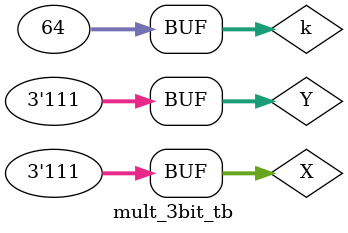
<source format=v>
module FAC(input x, y, cin, output s, cout);
    assign s = x ^ y ^ cin;
    assign cout = x & y | x & cin | y & cin;
endmodule

module MC(input x, y, z, cin, output s, cout);
    /* Modul recomandat */
    /* Nu este necesar pentru rezolvare */
endmodule

module mult_3bit(input[2:0] X, Y, output[5:0] P);
    /* Write Verilog code here */
endmodule

module mult_3bit_tb;
    reg[2:0] X, Y;
    wire[5:0] P;

    integer k;
    wire test_passed;
    mult_3bit uut (.X(X), .Y(Y), .P(P));
    assign test_passed = P == X*Y;
    initial begin
        $display("X\tY\t\tP\ttest_passed");
        $monitor("%d\t%d\t\t%d\t", X, Y, P, test_passed);
        for(k = 0; k < 64; k = k + 1) begin
            {X, Y} = k;
            #1;
        end
        $display("ACEST TESTBENCH NU NOTEAZA AUTOMAT!");
        $display("Puteti sa va verificati ca ati implementat corect folosindu-va de test_passed");
    end
endmodule

</source>
